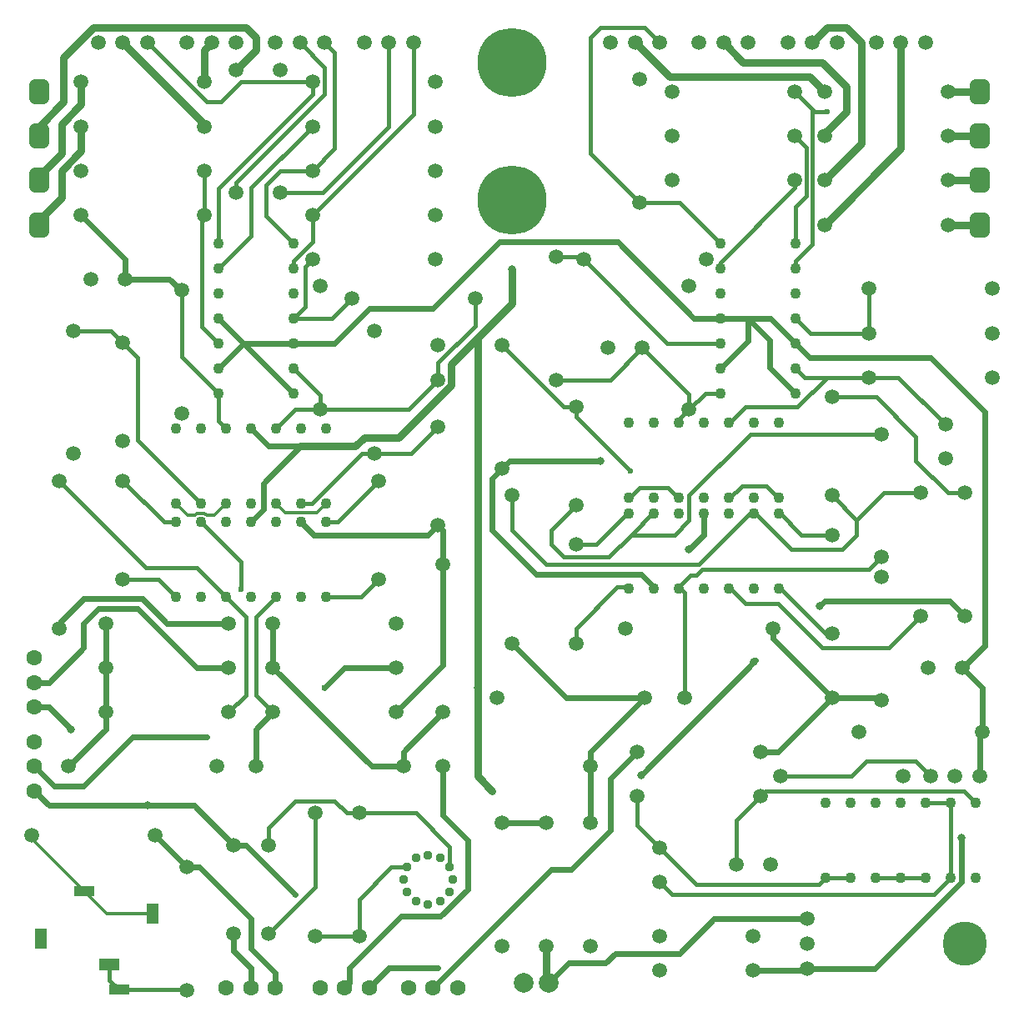
<source format=gtl>
G04 Layer_Physical_Order=1*
G04 Layer_Color=255*
%FSLAX25Y25*%
%MOIN*%
G70*
G01*
G75*
%ADD10C,0.01575*%
%ADD11C,0.03150*%
%ADD12C,0.02362*%
%ADD13C,0.01181*%
%ADD14C,0.05905*%
%ADD15C,0.04331*%
%ADD16C,0.03740*%
%ADD17C,0.27559*%
%ADD18C,0.17716*%
%ADD19C,0.06299*%
%ADD20C,0.07874*%
G04:AMPARAMS|DCode=21|XSize=78.74mil|YSize=98.42mil|CornerRadius=19.68mil|HoleSize=0mil|Usage=FLASHONLY|Rotation=0.000|XOffset=0mil|YOffset=0mil|HoleType=Round|Shape=RoundedRectangle|*
%AMROUNDEDRECTD21*
21,1,0.07874,0.05905,0,0,0.0*
21,1,0.03937,0.09842,0,0,0.0*
1,1,0.03937,0.01968,-0.02953*
1,1,0.03937,-0.01968,-0.02953*
1,1,0.03937,-0.01968,0.02953*
1,1,0.03937,0.01968,0.02953*
%
%ADD21ROUNDEDRECTD21*%
%ADD22R,0.05118X0.07874*%
%ADD23R,0.07874X0.03937*%
%ADD24R,0.07874X0.05118*%
%ADD25C,0.02362*%
%ADD26C,0.03150*%
D10*
X122047Y363189D02*
Y374016D01*
X86614Y327756D02*
X122047Y363189D01*
X86614Y323819D02*
Y327756D01*
X310276Y296496D02*
X316954Y303175D01*
X314580Y322453D02*
Y330621D01*
X310276Y318150D02*
X314580Y322453D01*
X316954Y303175D02*
Y331604D01*
X316929Y331630D02*
Y357283D01*
Y331630D02*
X316954Y331604D01*
X314554Y330646D02*
Y341942D01*
Y330646D02*
X314580Y330621D01*
X310039Y346457D02*
X314554Y341942D01*
X235669Y178150D02*
X244528Y187008D01*
X217520Y178150D02*
X235669D01*
X212598Y183071D02*
X217520Y178150D01*
X66732Y5118D02*
X66929Y4921D01*
X148622Y54134D02*
X154862D01*
X135827Y41339D02*
X148622Y54134D01*
X135827Y26575D02*
Y41339D01*
X118110Y26575D02*
X135827D01*
X99410Y27559D02*
X118110Y46260D01*
Y75787D01*
X171910Y54134D02*
Y62342D01*
X158465Y75787D02*
X171910Y62342D01*
X135827Y75787D02*
X158465D01*
X130905D02*
X135827D01*
X125984Y80709D02*
X130905Y75787D01*
X110236Y80709D02*
X125984D01*
X99410Y69882D02*
X110236Y80709D01*
X99410Y62992D02*
Y69882D01*
X322362Y49961D02*
X332362D01*
X342362D02*
X352362D01*
X362362D01*
Y79961D02*
X372362D01*
X377677Y84646D02*
X382362Y79961D01*
X298228Y84646D02*
X377677D01*
X296260Y82677D02*
X298228Y84646D01*
X286417Y72835D02*
X296260Y82677D01*
X286417Y55118D02*
Y72835D01*
X304134Y90551D02*
X332677D01*
X338583Y96457D01*
X358268D01*
X364173Y90551D01*
X247047Y70866D02*
Y82677D01*
Y70866D02*
X255906Y62008D01*
X270669Y47244D01*
X319646D01*
X322362Y49961D01*
X255906Y48228D02*
X260827Y43307D01*
X365709D01*
X372362Y49961D01*
X290276Y159449D02*
X303150D01*
X283622Y166102D02*
X290276Y159449D01*
X265748Y122047D02*
Y163976D01*
X263622Y166102D02*
X265748Y163976D01*
X339567Y173228D02*
X344488Y178150D01*
X303150Y159449D02*
X320866Y141732D01*
X347441D01*
X360236Y154528D01*
X303622Y166102D02*
X322087Y147638D01*
X324803D01*
X83661Y116142D02*
X90551Y123031D01*
Y154134D01*
X82520Y162165D02*
X90551Y154134D01*
X94488Y123031D02*
X101378Y116142D01*
X94488Y123031D02*
Y154134D01*
X102520Y162165D01*
X122520D02*
X136575D01*
X143701Y169291D01*
X55394D02*
X62520Y162165D01*
X41339Y169291D02*
X55394D01*
X122520Y192165D02*
X127205D01*
X143701Y208661D01*
X57835Y192165D02*
X62520D01*
X41339Y208661D02*
X57835Y192165D01*
X112520Y199567D02*
X116890D01*
X136811Y219488D01*
X141732D01*
X156496D01*
X167323Y230315D01*
X70866Y173819D02*
X82520Y162165D01*
X50590Y173819D02*
X70866D01*
X15748Y208661D02*
X50590Y173819D01*
X79488Y232598D02*
X82520Y229567D01*
X79488Y232598D02*
Y243622D01*
X102520Y229567D02*
X110158Y237205D01*
X120079D01*
Y243032D01*
X109488Y253622D02*
X120079Y243032D01*
Y237205D02*
X155512D01*
X167323Y249016D01*
X64961Y258150D02*
X79488Y243622D01*
X64961Y258150D02*
Y284449D01*
X47244Y224843D02*
X72520Y199567D01*
X47244Y224843D02*
Y257874D01*
X41339Y263779D02*
X47244Y257874D01*
X36417Y268701D02*
X41339Y263779D01*
X21654Y268701D02*
X36417D01*
X72835Y270276D02*
X79488Y263622D01*
X72835Y270276D02*
Y313976D01*
X73819Y314961D01*
X125000Y273622D02*
X132874Y281496D01*
X109488Y273622D02*
X125000D01*
X109488D02*
X114173Y278307D01*
Y294291D01*
X117126Y297244D01*
X79488Y293622D02*
X92520Y306653D01*
Y325787D01*
X117126Y350394D01*
X104331Y323819D02*
X121063D01*
X147638Y350394D01*
Y383858D01*
X98425Y314685D02*
X109488Y303622D01*
X98425Y314685D02*
Y326772D01*
X104331Y332677D01*
X117126D01*
X125984Y341535D01*
Y379921D01*
X122047Y383858D02*
X125984Y379921D01*
X79488Y303622D02*
Y325551D01*
X117126Y363189D01*
Y368110D01*
X73819Y314961D02*
Y332677D01*
X157480Y355315D02*
Y383858D01*
X117126Y314961D02*
X157480Y355315D01*
X80709Y360236D02*
X88583Y368110D01*
X74803Y360236D02*
X80709D01*
X51181Y383858D02*
X74803Y360236D01*
X88583Y368110D02*
X117126D01*
X238937Y166102D02*
X243622D01*
X222441Y149606D02*
X238937Y166102D01*
X222441Y143701D02*
Y149606D01*
Y183071D02*
X230591D01*
X243622Y196102D01*
X212598Y183071D02*
Y188976D01*
X222441Y198819D01*
X243622Y201535D02*
X248031Y205945D01*
X259213D01*
X263622Y201535D01*
X308622Y181102D02*
X328740D01*
X334646Y187008D01*
Y192913D01*
X324803Y202756D02*
X334646Y192913D01*
X293622Y196102D02*
X308622Y181102D01*
X312717Y187008D02*
X324803D01*
X303622Y196102D02*
X312717Y187008D01*
X345472Y203740D02*
X360236D01*
X334646Y192913D02*
X345472Y203740D01*
X292323Y227362D02*
X344488D01*
X267717Y202756D02*
X292323Y227362D01*
X244528Y187008D02*
X253622Y196102D01*
X371063Y203740D02*
X377953D01*
X358268Y216535D02*
X371063Y203740D01*
X358268Y216535D02*
Y226378D01*
X342520Y242126D02*
X358268Y226378D01*
X324803Y242126D02*
X342520D01*
X351378Y250000D02*
X370079Y231299D01*
X339567Y250000D02*
X351378D01*
X310276Y253622D02*
X313898Y250000D01*
X283622Y231535D02*
X290276Y238189D01*
X311024D01*
X322835Y250000D01*
X313898D02*
X322835D01*
X339567D01*
X263622Y231535D02*
Y233110D01*
X267717Y237205D01*
X274134Y243622D01*
X280276D01*
X267717Y237205D02*
Y243110D01*
X249016Y261811D02*
X267717Y243110D01*
X214567Y249016D02*
X236221D01*
X249016Y261811D01*
X217520Y238189D02*
X222441D01*
X192913Y262795D02*
X217520Y238189D01*
X222441Y234252D02*
Y238189D01*
Y234252D02*
X244094Y212598D01*
X250000Y389764D02*
X255906Y383858D01*
X232283Y389764D02*
X250000D01*
X228346Y385827D02*
X232283Y389764D01*
X228346Y339567D02*
Y385827D01*
Y339567D02*
X248031Y319882D01*
X264016D01*
X280276Y303622D01*
X383858Y364173D02*
X383858Y364173D01*
X383858Y328740D02*
X383858Y328740D01*
X317913Y356299D02*
X322835D01*
X310276Y303622D02*
Y318150D01*
X310039Y364173D02*
X317913Y356299D01*
X310276Y273622D02*
X316181Y267717D01*
X339567D01*
Y285433D01*
X214567Y298228D02*
X224409D01*
X225394Y297244D01*
X259016Y263622D01*
X280276D01*
X196850Y188976D02*
Y202756D01*
X88583Y165354D02*
Y176102D01*
X72520Y192165D02*
X88583Y176102D01*
X167323Y249016D02*
Y255906D01*
X182087Y270669D01*
Y281496D01*
X292559Y196102D02*
X293622D01*
X263622Y166102D02*
X268386Y170866D01*
X270663D01*
X273026Y173228D01*
X339567D01*
X196850Y188976D02*
X210630Y175197D01*
X271654D01*
X292559Y196102D01*
X372362Y49961D02*
Y79961D01*
X244528Y187008D02*
X261811D01*
X267717Y192913D01*
Y202756D01*
X310276Y293622D02*
Y296496D01*
X280276Y293622D02*
Y296024D01*
X310039Y325787D01*
Y328740D01*
X283622Y201535D02*
X288779Y206693D01*
X298465D01*
X303622Y201535D01*
X109488Y293622D02*
Y296496D01*
X117126Y304134D01*
Y314961D01*
X112205Y383858D02*
X122047Y374016D01*
X35827Y9055D02*
Y15354D01*
Y9055D02*
X39764Y5118D01*
X66732D01*
D11*
X16732Y351378D02*
X24606Y359252D01*
X16732Y339567D02*
Y351378D01*
X7874Y330709D02*
X16732Y339567D01*
X7874Y328740D02*
Y330709D01*
X16732Y321850D02*
Y332713D01*
X7874Y312992D02*
X16732Y321850D01*
X7874Y311024D02*
Y312992D01*
X16732Y332713D02*
X24606Y340587D01*
X172650Y251391D02*
Y255328D01*
Y246809D02*
Y251391D01*
X183071Y125984D02*
Y265748D01*
X137795Y225848D02*
X151690D01*
X112205Y222441D02*
X134388D01*
X137795Y225848D01*
X151690D02*
X172650Y246809D01*
X371063Y311024D02*
X383858D01*
X371063Y328740D02*
X383858D01*
X371063Y346457D02*
X383858D01*
X371063Y364173D02*
X383858D01*
X24606Y340587D02*
Y350394D01*
X73819Y368110D02*
Y380906D01*
X76772Y383858D01*
X41339D02*
X73819Y351378D01*
Y350394D02*
Y351378D01*
X24606Y359252D02*
Y368110D01*
X7874Y346457D02*
Y350394D01*
X17717Y360236D02*
Y377953D01*
X29528Y389764D01*
X90551D01*
X94488Y385827D01*
Y380906D02*
Y385827D01*
X86614Y373031D02*
X94488Y380906D01*
X7874Y350394D02*
X17717Y360236D01*
X321850Y311024D02*
X352362Y341535D01*
Y383858D01*
X315945Y370079D02*
X321850Y364173D01*
X259842Y370079D02*
X315945D01*
X246063Y383858D02*
X259842Y370079D01*
X321850Y346457D02*
Y347441D01*
X330709Y356299D01*
Y366142D01*
X281496Y383858D02*
X289370Y375984D01*
X320866D01*
X330709Y366142D01*
X316929Y383858D02*
X322835Y389764D01*
X330709D01*
X336614Y383858D01*
Y343504D02*
Y383858D01*
X321850Y328740D02*
X336614Y343504D01*
X210630Y8937D02*
X211693Y7874D01*
X210630Y8937D02*
Y22638D01*
X183071Y90551D02*
X188976Y84646D01*
X172650Y255328D02*
X196850Y279528D01*
Y293307D01*
X183071Y90551D02*
Y125984D01*
D12*
X97441Y207677D02*
X112205Y222441D01*
X97441Y197087D02*
Y207677D01*
X92520Y192165D02*
X97441Y197087D01*
X239173Y304134D02*
X269685Y273622D01*
X191929Y304134D02*
X239173D01*
X165354Y277559D02*
X191929Y304134D01*
X168307Y34449D02*
X179134Y45276D01*
X152559Y34449D02*
X168307D01*
X131890Y13780D02*
X152559Y34449D01*
X376496Y51691D02*
Y65984D01*
Y51691D02*
X376509Y51678D01*
Y48243D02*
Y51678D01*
X374080Y45814D02*
X376509Y48243D01*
X374062Y45814D02*
X374080D01*
X341870Y13622D02*
X374062Y45814D01*
X372047Y160433D02*
X377953Y154528D01*
X321850Y160433D02*
X372047D01*
X319882Y158465D02*
X321850Y160433D01*
X228346Y94488D02*
Y100394D01*
X250000Y122047D01*
X218504D02*
X250000D01*
X196850Y143701D02*
X218504Y122047D01*
X228346Y71850D02*
Y94488D01*
X192913Y71850D02*
X210630D01*
X301181Y145669D02*
Y149606D01*
Y145669D02*
X324803Y122047D01*
X343504D01*
X344488Y121063D01*
X296260Y100394D02*
X303150D01*
X324803Y122047D01*
X383858Y90551D02*
Y107283D01*
X384842Y108268D01*
Y125984D01*
X376969Y133858D02*
X384842Y125984D01*
X153543Y94488D02*
Y100394D01*
X169291Y116142D01*
Y74803D02*
Y94488D01*
Y74803D02*
X179134Y64961D01*
Y45276D02*
Y64961D01*
X129921Y5906D02*
X131890Y7874D01*
X220472Y53150D02*
X236221Y68898D01*
Y89567D01*
X247047Y100394D01*
X85630Y20669D02*
Y27559D01*
Y20669D02*
X92520Y13780D01*
Y5906D02*
Y13780D01*
X19685Y94488D02*
X34449Y109252D01*
Y116142D01*
Y133858D01*
Y151575D01*
X34449Y151575D02*
X34449Y151575D01*
X101378Y133858D02*
Y151575D01*
X94488Y109252D02*
X101378Y116142D01*
X94488Y94488D02*
Y109252D01*
X15748Y149606D02*
Y151575D01*
X25591Y161417D01*
X49213D01*
X59055Y151575D01*
X83661D01*
X70866Y133858D02*
X83661D01*
X47244Y157480D02*
X70866Y133858D01*
X5906Y127953D02*
X11811D01*
X31496Y157480D02*
X47244D01*
X25591Y141732D02*
Y151575D01*
X31496Y157480D01*
X11811Y127953D02*
X25591Y141732D01*
X150591Y116142D02*
X169291Y134843D01*
Y175197D01*
Y188976D01*
X167323Y190945D02*
X169291Y188976D01*
X112520Y192165D02*
X117677Y187008D01*
X163386D01*
X167323Y190945D01*
X101378Y133858D02*
X140748Y94488D01*
X153543D01*
X129921Y133858D02*
X150591D01*
X122047Y125984D02*
X129921Y133858D01*
X45276Y106299D02*
X74803D01*
X25591Y86614D02*
X45276Y106299D01*
X13780Y86614D02*
X25591D01*
X5906Y94488D02*
X13780Y86614D01*
X66929Y54134D02*
X71850D01*
X92520Y33465D01*
Y21654D02*
Y33465D01*
Y21654D02*
X102362Y11811D01*
Y5906D02*
Y11811D01*
X54134Y66929D02*
X66929Y54134D01*
X376969Y133858D02*
X385827Y142717D01*
Y236221D01*
X364173Y257874D02*
X385827Y236221D01*
X310276Y263622D02*
X316024Y257874D01*
X364173D01*
X300276Y273622D02*
X310276Y263622D01*
X269685Y273622D02*
X280276D01*
X109488Y263622D02*
X125827D01*
X139764Y277559D01*
X165354D01*
X89488Y263622D02*
X109488D01*
X89488D02*
X109488Y243622D01*
X79488Y273622D02*
X89488Y263622D01*
X79488Y253622D02*
X89488Y263622D01*
X291339Y273622D02*
X299961Y265000D01*
Y253937D02*
X310276Y243622D01*
X299961Y253937D02*
Y265000D01*
X42323Y289370D02*
Y297244D01*
X24606Y314961D02*
X42323Y297244D01*
Y289370D02*
X60039D01*
X64961Y284449D01*
X69882Y78740D02*
X85630Y62992D01*
X5906Y84646D02*
X11811Y78740D01*
X131890Y7874D02*
Y13780D01*
X90551Y62992D02*
X110236Y43307D01*
X85630Y62992D02*
X90551D01*
X293307Y12795D02*
X314134D01*
X314961Y13622D01*
X165354Y5906D02*
X212598Y53150D01*
X220472D01*
X139764Y5906D02*
X147638Y13780D01*
X167323D01*
X211693Y7874D02*
X219567Y15748D01*
X234252D01*
X238189Y19685D01*
X263779D01*
X277716Y33622D01*
X314961D01*
X92520Y229567D02*
X99646Y222441D01*
X112205D01*
X280276Y273622D02*
X291339D01*
X280276Y253622D02*
X291339Y264685D01*
Y273622D01*
X300276D01*
X188976Y209646D02*
X192913Y213583D01*
X188976Y188976D02*
Y209646D01*
Y188976D02*
X206693Y171260D01*
X248465D01*
X253622Y166102D01*
X314961Y13622D02*
X341870D01*
X273622Y187008D02*
Y196102D01*
X267717Y181102D02*
X273622Y187008D01*
X5906Y118110D02*
X11811D01*
X20669Y109252D01*
X11811Y78740D02*
X51181D01*
X69882D01*
X294291Y136811D02*
X294291D01*
X293622Y136142D02*
X294291Y136811D01*
X248524Y91043D02*
X294291Y136811D01*
X192913Y213583D02*
X195866Y216535D01*
X232283D01*
D13*
X74832Y194882D02*
X77835D01*
X73993Y195721D02*
X74832Y194882D01*
X71047Y195721D02*
X73993D01*
X70207Y194882D02*
X71047Y195721D01*
X67205Y194882D02*
X70207D01*
X77835D02*
X82520Y199567D01*
X62520D02*
X67205Y194882D01*
X102520Y199567D02*
X106220Y195866D01*
X118819D01*
X122520Y199567D01*
X25984Y44488D02*
X35039Y35433D01*
X4921Y65551D02*
X25984Y44488D01*
X4921Y65551D02*
Y66929D01*
X35039Y35433D02*
X53150D01*
D14*
X296260Y100394D02*
D03*
X247047D02*
D03*
X370079Y231299D02*
D03*
Y217520D02*
D03*
X384842Y108268D02*
D03*
X335630D02*
D03*
X377953Y203740D02*
D03*
Y154528D02*
D03*
X167323Y230315D02*
D03*
Y190945D02*
D03*
X222441Y238189D02*
D03*
Y198819D02*
D03*
X196850Y202756D02*
D03*
Y143701D02*
D03*
X143701Y208661D02*
D03*
Y169291D02*
D03*
X182087Y281496D02*
D03*
X132874D02*
D03*
X120079Y237205D02*
D03*
Y286417D02*
D03*
X293307Y26575D02*
D03*
Y12795D02*
D03*
X85630Y62992D02*
D03*
X99410D02*
D03*
X300197Y55118D02*
D03*
X286417D02*
D03*
X255906Y12795D02*
D03*
Y26575D02*
D03*
X376969Y133858D02*
D03*
X363189D02*
D03*
X85630Y27559D02*
D03*
X99410D02*
D03*
X255906Y62008D02*
D03*
Y48228D02*
D03*
X28543Y289370D02*
D03*
X42323D02*
D03*
X15748Y149606D02*
D03*
Y208661D02*
D03*
X41339Y224410D02*
D03*
Y263779D02*
D03*
X19685Y94488D02*
D03*
X78740D02*
D03*
X41339Y169291D02*
D03*
Y208661D02*
D03*
X169291Y175197D02*
D03*
Y116142D02*
D03*
X167323Y262795D02*
D03*
Y249016D02*
D03*
X94488Y94488D02*
D03*
X153543D02*
D03*
X242126Y149606D02*
D03*
X301181D02*
D03*
X235236Y261811D02*
D03*
X249016D02*
D03*
X265748Y122047D02*
D03*
X324803D02*
D03*
X222441Y143701D02*
D03*
Y183071D02*
D03*
X324803Y202756D02*
D03*
Y242126D02*
D03*
X228346Y94488D02*
D03*
X169291D02*
D03*
X190945Y122047D02*
D03*
X250000D02*
D03*
X324803Y147638D02*
D03*
Y187008D02*
D03*
X314961Y13622D02*
D03*
Y23622D02*
D03*
Y33622D02*
D03*
X247047Y82677D02*
D03*
X296260D02*
D03*
X135827Y26575D02*
D03*
Y75787D02*
D03*
X210630Y71850D02*
D03*
Y22638D02*
D03*
X4921Y66929D02*
D03*
X54134D02*
D03*
X192913Y22638D02*
D03*
Y71850D02*
D03*
X118110Y75787D02*
D03*
Y26575D02*
D03*
X353346Y90551D02*
D03*
X304134D02*
D03*
X66929Y4921D02*
D03*
Y54134D02*
D03*
X64961Y284842D02*
D03*
Y235630D02*
D03*
X73819Y350394D02*
D03*
X24606D02*
D03*
X83661Y151575D02*
D03*
X34449D02*
D03*
X117126Y368110D02*
D03*
X166339D02*
D03*
X21654Y268701D02*
D03*
Y219488D02*
D03*
X83661Y133858D02*
D03*
X34449D02*
D03*
Y116142D02*
D03*
X83661D02*
D03*
X73819Y368110D02*
D03*
X24606D02*
D03*
X24606Y314961D02*
D03*
X73819D02*
D03*
X117126Y350394D02*
D03*
X166339D02*
D03*
X24606Y332677D02*
D03*
X73819D02*
D03*
X86614Y323819D02*
D03*
Y373031D02*
D03*
X117126Y332677D02*
D03*
X166339D02*
D03*
X141732Y219488D02*
D03*
Y268701D02*
D03*
X150591Y116142D02*
D03*
X101378D02*
D03*
X150591Y133858D02*
D03*
X101378D02*
D03*
X150591Y151575D02*
D03*
X101378D02*
D03*
X104331Y323819D02*
D03*
Y373031D02*
D03*
X117126Y314961D02*
D03*
X166339D02*
D03*
Y297244D02*
D03*
X117126D02*
D03*
X267717Y237205D02*
D03*
Y286417D02*
D03*
X321850Y364173D02*
D03*
X371063D02*
D03*
X248031Y319882D02*
D03*
Y369094D02*
D03*
X344488Y227362D02*
D03*
Y178150D02*
D03*
X192913Y262795D02*
D03*
Y213583D02*
D03*
X344488Y170276D02*
D03*
Y121063D02*
D03*
X321850Y346457D02*
D03*
X371063D02*
D03*
X214567Y249016D02*
D03*
Y298228D02*
D03*
X310039Y328740D02*
D03*
X260827D02*
D03*
X274606Y297244D02*
D03*
X225394D02*
D03*
X339567Y250000D02*
D03*
X388779D02*
D03*
X321850Y328740D02*
D03*
X371063D02*
D03*
X310039Y346457D02*
D03*
X260827D02*
D03*
X360236Y203740D02*
D03*
Y154528D02*
D03*
X228346Y22638D02*
D03*
Y71850D02*
D03*
X321850Y311024D02*
D03*
X371063D02*
D03*
X388779Y267717D02*
D03*
X339567D02*
D03*
X310039Y364173D02*
D03*
X260827D02*
D03*
X388779Y285433D02*
D03*
X339567D02*
D03*
X374016Y90551D02*
D03*
X383858D02*
D03*
X364173D02*
D03*
X51181Y383858D02*
D03*
X31496D02*
D03*
X41339D02*
D03*
X86614D02*
D03*
X66929D02*
D03*
X76772D02*
D03*
X122047D02*
D03*
X102362D02*
D03*
X112205D02*
D03*
X157480D02*
D03*
X137795D02*
D03*
X147638D02*
D03*
X255906D02*
D03*
X236221D02*
D03*
X246063D02*
D03*
X291339D02*
D03*
X271654D02*
D03*
X281496D02*
D03*
X326772D02*
D03*
X307087D02*
D03*
X316929D02*
D03*
X362205D02*
D03*
X342520D02*
D03*
X352362D02*
D03*
D15*
X243622Y195709D02*
D03*
X253622D02*
D03*
X263622D02*
D03*
X273622D02*
D03*
X283622D02*
D03*
X293622D02*
D03*
X303622D02*
D03*
Y165709D02*
D03*
X293622D02*
D03*
X283622D02*
D03*
X273622D02*
D03*
X263622D02*
D03*
X253622D02*
D03*
X243622D02*
D03*
X310276Y303622D02*
D03*
Y293622D02*
D03*
Y283622D02*
D03*
Y273622D02*
D03*
Y263622D02*
D03*
Y253622D02*
D03*
Y243622D02*
D03*
X280276D02*
D03*
Y253622D02*
D03*
Y263622D02*
D03*
Y273622D02*
D03*
Y283622D02*
D03*
Y293622D02*
D03*
Y303622D02*
D03*
X243622Y231929D02*
D03*
X253622D02*
D03*
X263622D02*
D03*
X273622D02*
D03*
X283622D02*
D03*
X293622D02*
D03*
X303622D02*
D03*
Y201929D02*
D03*
X293622D02*
D03*
X283622D02*
D03*
X273622D02*
D03*
X263622D02*
D03*
X253622D02*
D03*
X243622D02*
D03*
X62520Y192165D02*
D03*
X72520D02*
D03*
X82520D02*
D03*
X92520D02*
D03*
X102520D02*
D03*
X112520D02*
D03*
X122520D02*
D03*
Y162165D02*
D03*
X112520D02*
D03*
X102520D02*
D03*
X92520D02*
D03*
X82520D02*
D03*
X72520D02*
D03*
X62520D02*
D03*
X109488Y303622D02*
D03*
Y293622D02*
D03*
Y283622D02*
D03*
Y273622D02*
D03*
Y263622D02*
D03*
Y253622D02*
D03*
Y243622D02*
D03*
X79488D02*
D03*
Y253622D02*
D03*
Y263622D02*
D03*
Y273622D02*
D03*
Y283622D02*
D03*
Y293622D02*
D03*
Y303622D02*
D03*
X62520Y229567D02*
D03*
X72520D02*
D03*
X82520D02*
D03*
X92520D02*
D03*
X102520D02*
D03*
X112520D02*
D03*
X122520D02*
D03*
Y199567D02*
D03*
X112520D02*
D03*
X102520D02*
D03*
X92520D02*
D03*
X82520D02*
D03*
X72520D02*
D03*
X62520D02*
D03*
X322362Y79961D02*
D03*
X332362D02*
D03*
X342362D02*
D03*
X352362D02*
D03*
X362362D02*
D03*
X372362D02*
D03*
X382362D02*
D03*
Y49961D02*
D03*
X372362D02*
D03*
X362362D02*
D03*
X352362D02*
D03*
X342362D02*
D03*
X332362D02*
D03*
X322362D02*
D03*
D16*
X158465Y40689D02*
D03*
X154862Y44291D02*
D03*
X153543Y49213D02*
D03*
X154862Y54134D02*
D03*
X158465Y57736D02*
D03*
X163386Y59055D02*
D03*
X168307Y57736D02*
D03*
X171910Y54134D02*
D03*
X173228Y49213D02*
D03*
X171910Y44291D02*
D03*
X168307Y40689D02*
D03*
X163386Y39370D02*
D03*
D17*
X196850Y375984D02*
D03*
Y320866D02*
D03*
D18*
X377953Y23622D02*
D03*
D19*
X82677Y5906D02*
D03*
X102362D02*
D03*
X92520D02*
D03*
X5906Y118110D02*
D03*
Y137795D02*
D03*
Y127953D02*
D03*
Y84646D02*
D03*
Y104331D02*
D03*
Y94488D02*
D03*
X175197Y5906D02*
D03*
X155512D02*
D03*
X165354D02*
D03*
X139764D02*
D03*
X120079D02*
D03*
X129921D02*
D03*
D20*
X201693Y7874D02*
D03*
X211693D02*
D03*
D21*
X7874Y311024D02*
D03*
Y328740D02*
D03*
Y346457D02*
D03*
Y364173D02*
D03*
X383858D02*
D03*
Y346457D02*
D03*
Y328740D02*
D03*
Y311024D02*
D03*
D22*
X8661Y25591D02*
D03*
X53150Y35433D02*
D03*
D23*
X25984Y44488D02*
D03*
X39764Y5118D02*
D03*
D24*
X35827Y15354D02*
D03*
D25*
X122047Y125984D02*
D03*
X74803Y106299D02*
D03*
X244094Y212598D02*
D03*
X322835Y356299D02*
D03*
X110236Y43307D02*
D03*
X88583Y165354D02*
D03*
X167323Y13780D02*
D03*
D26*
X188976Y84646D02*
D03*
X196850Y293307D02*
D03*
X376496Y65984D02*
D03*
X267717Y181102D02*
D03*
X183071Y125984D02*
D03*
X20669Y109252D02*
D03*
X51181Y78740D02*
D03*
X248524Y91043D02*
D03*
X293622Y136142D02*
D03*
X232283Y216535D02*
D03*
X319882Y158465D02*
D03*
M02*

</source>
